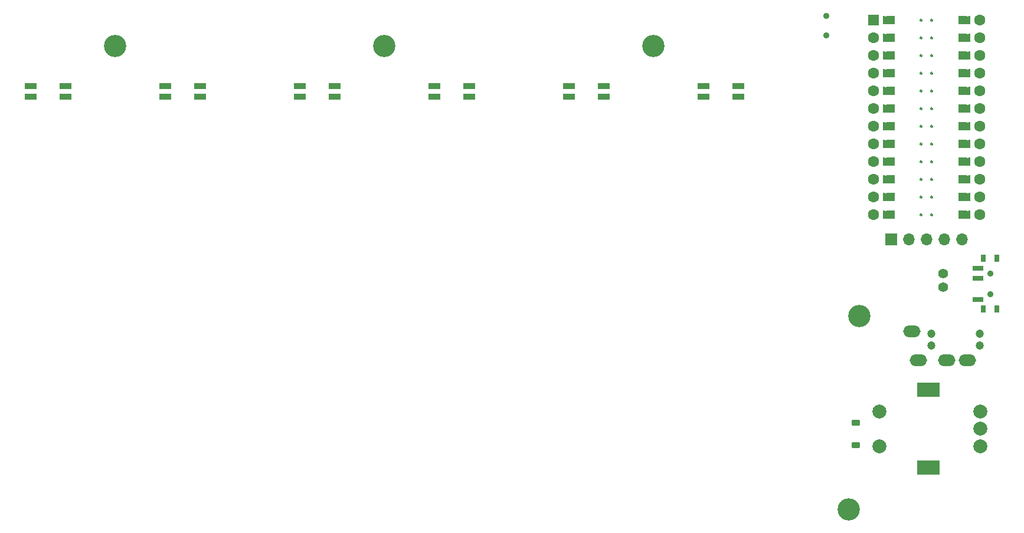
<source format=gts>
G04 #@! TF.GenerationSoftware,KiCad,Pcbnew,7.0.8*
G04 #@! TF.CreationDate,2023-10-21T22:21:03-07:00*
G04 #@! TF.ProjectId,Seismos_5CoreL,53656973-6d6f-4735-9f35-436f72654c2e,rev?*
G04 #@! TF.SameCoordinates,Original*
G04 #@! TF.FileFunction,Soldermask,Top*
G04 #@! TF.FilePolarity,Negative*
%FSLAX46Y46*%
G04 Gerber Fmt 4.6, Leading zero omitted, Abs format (unit mm)*
G04 Created by KiCad (PCBNEW 7.0.8) date 2023-10-21 22:21:03*
%MOMM*%
%LPD*%
G01*
G04 APERTURE LIST*
G04 Aperture macros list*
%AMRoundRect*
0 Rectangle with rounded corners*
0 $1 Rounding radius*
0 $2 $3 $4 $5 $6 $7 $8 $9 X,Y pos of 4 corners*
0 Add a 4 corners polygon primitive as box body*
4,1,4,$2,$3,$4,$5,$6,$7,$8,$9,$2,$3,0*
0 Add four circle primitives for the rounded corners*
1,1,$1+$1,$2,$3*
1,1,$1+$1,$4,$5*
1,1,$1+$1,$6,$7*
1,1,$1+$1,$8,$9*
0 Add four rect primitives between the rounded corners*
20,1,$1+$1,$2,$3,$4,$5,0*
20,1,$1+$1,$4,$5,$6,$7,0*
20,1,$1+$1,$6,$7,$8,$9,0*
20,1,$1+$1,$8,$9,$2,$3,0*%
%AMFreePoly0*
4,1,6,0.600000,0.200000,0.000000,-0.400000,-0.600000,0.200000,-0.600000,0.400000,0.600000,0.400000,0.600000,0.200000,0.600000,0.200000,$1*%
%AMFreePoly1*
4,1,6,0.600000,-0.250000,-0.600000,-0.250000,-0.600000,1.000000,0.000000,0.400000,0.600000,1.000000,0.600000,-0.250000,0.600000,-0.250000,$1*%
G04 Aperture macros list end*
%ADD10C,0.250000*%
%ADD11C,0.100000*%
%ADD12C,2.000000*%
%ADD13R,3.200000X2.000000*%
%ADD14C,1.200000*%
%ADD15O,2.500000X1.700000*%
%ADD16C,3.200000*%
%ADD17R,1.700000X1.700000*%
%ADD18O,1.700000X1.700000*%
%ADD19C,0.900000*%
%ADD20R,1.500000X0.700000*%
%ADD21R,0.800000X1.000000*%
%ADD22C,1.400000*%
%ADD23C,1.600000*%
%ADD24FreePoly0,270.000000*%
%ADD25FreePoly0,90.000000*%
%ADD26R,1.600000X1.600000*%
%ADD27FreePoly1,270.000000*%
%ADD28FreePoly1,90.000000*%
%ADD29RoundRect,0.225000X-0.375000X0.225000X-0.375000X-0.225000X0.375000X-0.225000X0.375000X0.225000X0*%
%ADD30R,1.803400X0.812800*%
G04 APERTURE END LIST*
D10*
X166523000Y-22286000D02*
G75*
G03*
X166523000Y-22286000I-125000J0D01*
G01*
X164999000Y-22286000D02*
G75*
G03*
X164999000Y-22286000I-125000J0D01*
G01*
X166523000Y-24826000D02*
G75*
G03*
X166523000Y-24826000I-125000J0D01*
G01*
X164999000Y-24826000D02*
G75*
G03*
X164999000Y-24826000I-125000J0D01*
G01*
X166523000Y-27366000D02*
G75*
G03*
X166523000Y-27366000I-125000J0D01*
G01*
X164999000Y-27366000D02*
G75*
G03*
X164999000Y-27366000I-125000J0D01*
G01*
X166523000Y-29906000D02*
G75*
G03*
X166523000Y-29906000I-125000J0D01*
G01*
X164999000Y-29906000D02*
G75*
G03*
X164999000Y-29906000I-125000J0D01*
G01*
X166523000Y-32446000D02*
G75*
G03*
X166523000Y-32446000I-125000J0D01*
G01*
X164999000Y-32446000D02*
G75*
G03*
X164999000Y-32446000I-125000J0D01*
G01*
X166523000Y-34986000D02*
G75*
G03*
X166523000Y-34986000I-125000J0D01*
G01*
X164999000Y-34986000D02*
G75*
G03*
X164999000Y-34986000I-125000J0D01*
G01*
X166523000Y-37526000D02*
G75*
G03*
X166523000Y-37526000I-125000J0D01*
G01*
X164999000Y-37526000D02*
G75*
G03*
X164999000Y-37526000I-125000J0D01*
G01*
X166523000Y-40066000D02*
G75*
G03*
X166523000Y-40066000I-125000J0D01*
G01*
X164999000Y-40066000D02*
G75*
G03*
X164999000Y-40066000I-125000J0D01*
G01*
X166523000Y-42606000D02*
G75*
G03*
X166523000Y-42606000I-125000J0D01*
G01*
X164999000Y-42606000D02*
G75*
G03*
X164999000Y-42606000I-125000J0D01*
G01*
X166523000Y-45146000D02*
G75*
G03*
X166523000Y-45146000I-125000J0D01*
G01*
X164999000Y-45146000D02*
G75*
G03*
X164999000Y-45146000I-125000J0D01*
G01*
X166523000Y-47686000D02*
G75*
G03*
X166523000Y-47686000I-125000J0D01*
G01*
X164999000Y-47686000D02*
G75*
G03*
X164999000Y-47686000I-125000J0D01*
G01*
X166523000Y-50226000D02*
G75*
G03*
X166523000Y-50226000I-125000J0D01*
G01*
X164999000Y-50226000D02*
G75*
G03*
X164999000Y-50226000I-125000J0D01*
G01*
D11*
X160556000Y-22794000D02*
X159540000Y-22794000D01*
X159540000Y-21778000D01*
X160556000Y-21778000D01*
X160556000Y-22794000D01*
G36*
X160556000Y-22794000D02*
G01*
X159540000Y-22794000D01*
X159540000Y-21778000D01*
X160556000Y-21778000D01*
X160556000Y-22794000D01*
G37*
X171732000Y-22794000D02*
X170716000Y-22794000D01*
X170716000Y-21778000D01*
X171732000Y-21778000D01*
X171732000Y-22794000D01*
G36*
X171732000Y-22794000D02*
G01*
X170716000Y-22794000D01*
X170716000Y-21778000D01*
X171732000Y-21778000D01*
X171732000Y-22794000D01*
G37*
X160556000Y-25334000D02*
X159540000Y-25334000D01*
X159540000Y-24318000D01*
X160556000Y-24318000D01*
X160556000Y-25334000D01*
G36*
X160556000Y-25334000D02*
G01*
X159540000Y-25334000D01*
X159540000Y-24318000D01*
X160556000Y-24318000D01*
X160556000Y-25334000D01*
G37*
X171732000Y-25334000D02*
X170716000Y-25334000D01*
X170716000Y-24318000D01*
X171732000Y-24318000D01*
X171732000Y-25334000D01*
G36*
X171732000Y-25334000D02*
G01*
X170716000Y-25334000D01*
X170716000Y-24318000D01*
X171732000Y-24318000D01*
X171732000Y-25334000D01*
G37*
X160556000Y-27874000D02*
X159540000Y-27874000D01*
X159540000Y-26858000D01*
X160556000Y-26858000D01*
X160556000Y-27874000D01*
G36*
X160556000Y-27874000D02*
G01*
X159540000Y-27874000D01*
X159540000Y-26858000D01*
X160556000Y-26858000D01*
X160556000Y-27874000D01*
G37*
X171732000Y-27874000D02*
X170716000Y-27874000D01*
X170716000Y-26858000D01*
X171732000Y-26858000D01*
X171732000Y-27874000D01*
G36*
X171732000Y-27874000D02*
G01*
X170716000Y-27874000D01*
X170716000Y-26858000D01*
X171732000Y-26858000D01*
X171732000Y-27874000D01*
G37*
X160556000Y-30414000D02*
X159540000Y-30414000D01*
X159540000Y-29398000D01*
X160556000Y-29398000D01*
X160556000Y-30414000D01*
G36*
X160556000Y-30414000D02*
G01*
X159540000Y-30414000D01*
X159540000Y-29398000D01*
X160556000Y-29398000D01*
X160556000Y-30414000D01*
G37*
X171732000Y-30414000D02*
X170716000Y-30414000D01*
X170716000Y-29398000D01*
X171732000Y-29398000D01*
X171732000Y-30414000D01*
G36*
X171732000Y-30414000D02*
G01*
X170716000Y-30414000D01*
X170716000Y-29398000D01*
X171732000Y-29398000D01*
X171732000Y-30414000D01*
G37*
X160556000Y-32954000D02*
X159540000Y-32954000D01*
X159540000Y-31938000D01*
X160556000Y-31938000D01*
X160556000Y-32954000D01*
G36*
X160556000Y-32954000D02*
G01*
X159540000Y-32954000D01*
X159540000Y-31938000D01*
X160556000Y-31938000D01*
X160556000Y-32954000D01*
G37*
X171732000Y-32954000D02*
X170716000Y-32954000D01*
X170716000Y-31938000D01*
X171732000Y-31938000D01*
X171732000Y-32954000D01*
G36*
X171732000Y-32954000D02*
G01*
X170716000Y-32954000D01*
X170716000Y-31938000D01*
X171732000Y-31938000D01*
X171732000Y-32954000D01*
G37*
X160556000Y-35494000D02*
X159540000Y-35494000D01*
X159540000Y-34478000D01*
X160556000Y-34478000D01*
X160556000Y-35494000D01*
G36*
X160556000Y-35494000D02*
G01*
X159540000Y-35494000D01*
X159540000Y-34478000D01*
X160556000Y-34478000D01*
X160556000Y-35494000D01*
G37*
X171732000Y-35494000D02*
X170716000Y-35494000D01*
X170716000Y-34478000D01*
X171732000Y-34478000D01*
X171732000Y-35494000D01*
G36*
X171732000Y-35494000D02*
G01*
X170716000Y-35494000D01*
X170716000Y-34478000D01*
X171732000Y-34478000D01*
X171732000Y-35494000D01*
G37*
X160556000Y-38034000D02*
X159540000Y-38034000D01*
X159540000Y-37018000D01*
X160556000Y-37018000D01*
X160556000Y-38034000D01*
G36*
X160556000Y-38034000D02*
G01*
X159540000Y-38034000D01*
X159540000Y-37018000D01*
X160556000Y-37018000D01*
X160556000Y-38034000D01*
G37*
X171732000Y-38034000D02*
X170716000Y-38034000D01*
X170716000Y-37018000D01*
X171732000Y-37018000D01*
X171732000Y-38034000D01*
G36*
X171732000Y-38034000D02*
G01*
X170716000Y-38034000D01*
X170716000Y-37018000D01*
X171732000Y-37018000D01*
X171732000Y-38034000D01*
G37*
X160556000Y-40574000D02*
X159540000Y-40574000D01*
X159540000Y-39558000D01*
X160556000Y-39558000D01*
X160556000Y-40574000D01*
G36*
X160556000Y-40574000D02*
G01*
X159540000Y-40574000D01*
X159540000Y-39558000D01*
X160556000Y-39558000D01*
X160556000Y-40574000D01*
G37*
X171732000Y-40574000D02*
X170716000Y-40574000D01*
X170716000Y-39558000D01*
X171732000Y-39558000D01*
X171732000Y-40574000D01*
G36*
X171732000Y-40574000D02*
G01*
X170716000Y-40574000D01*
X170716000Y-39558000D01*
X171732000Y-39558000D01*
X171732000Y-40574000D01*
G37*
X160556000Y-43114000D02*
X159540000Y-43114000D01*
X159540000Y-42098000D01*
X160556000Y-42098000D01*
X160556000Y-43114000D01*
G36*
X160556000Y-43114000D02*
G01*
X159540000Y-43114000D01*
X159540000Y-42098000D01*
X160556000Y-42098000D01*
X160556000Y-43114000D01*
G37*
X171732000Y-43114000D02*
X170716000Y-43114000D01*
X170716000Y-42098000D01*
X171732000Y-42098000D01*
X171732000Y-43114000D01*
G36*
X171732000Y-43114000D02*
G01*
X170716000Y-43114000D01*
X170716000Y-42098000D01*
X171732000Y-42098000D01*
X171732000Y-43114000D01*
G37*
X160556000Y-45654000D02*
X159540000Y-45654000D01*
X159540000Y-44638000D01*
X160556000Y-44638000D01*
X160556000Y-45654000D01*
G36*
X160556000Y-45654000D02*
G01*
X159540000Y-45654000D01*
X159540000Y-44638000D01*
X160556000Y-44638000D01*
X160556000Y-45654000D01*
G37*
X171732000Y-45654000D02*
X170716000Y-45654000D01*
X170716000Y-44638000D01*
X171732000Y-44638000D01*
X171732000Y-45654000D01*
G36*
X171732000Y-45654000D02*
G01*
X170716000Y-45654000D01*
X170716000Y-44638000D01*
X171732000Y-44638000D01*
X171732000Y-45654000D01*
G37*
X160556000Y-48194000D02*
X159540000Y-48194000D01*
X159540000Y-47178000D01*
X160556000Y-47178000D01*
X160556000Y-48194000D01*
G36*
X160556000Y-48194000D02*
G01*
X159540000Y-48194000D01*
X159540000Y-47178000D01*
X160556000Y-47178000D01*
X160556000Y-48194000D01*
G37*
X171732000Y-48194000D02*
X170716000Y-48194000D01*
X170716000Y-47178000D01*
X171732000Y-47178000D01*
X171732000Y-48194000D01*
G36*
X171732000Y-48194000D02*
G01*
X170716000Y-48194000D01*
X170716000Y-47178000D01*
X171732000Y-47178000D01*
X171732000Y-48194000D01*
G37*
X160556000Y-50734000D02*
X159540000Y-50734000D01*
X159540000Y-49718000D01*
X160556000Y-49718000D01*
X160556000Y-50734000D01*
G36*
X160556000Y-50734000D02*
G01*
X159540000Y-50734000D01*
X159540000Y-49718000D01*
X160556000Y-49718000D01*
X160556000Y-50734000D01*
G37*
X171732000Y-50734000D02*
X170716000Y-50734000D01*
X170716000Y-49718000D01*
X171732000Y-49718000D01*
X171732000Y-50734000D01*
G36*
X171732000Y-50734000D02*
G01*
X170716000Y-50734000D01*
X170716000Y-49718000D01*
X171732000Y-49718000D01*
X171732000Y-50734000D01*
G37*
D12*
X173390000Y-83460000D03*
X173390000Y-78460000D03*
X173390000Y-80960000D03*
D13*
X165890000Y-86560000D03*
X165890000Y-75360000D03*
D12*
X158890000Y-78460000D03*
X158890000Y-83460000D03*
D14*
X173330000Y-67275000D03*
X166330000Y-67275000D03*
X173330000Y-69025000D03*
X166330000Y-69025000D03*
D15*
X164530000Y-71125000D03*
X168530000Y-71125000D03*
X171530000Y-71125000D03*
X163530000Y-66925000D03*
D16*
X156000000Y-64750000D03*
X87900000Y-26000000D03*
D17*
X160556000Y-53766000D03*
D18*
X163096000Y-53766000D03*
X165636000Y-53766000D03*
X168176000Y-53766000D03*
X170716000Y-53766000D03*
D19*
X174800000Y-61632000D03*
X174800000Y-58632000D03*
D20*
X173050000Y-59382000D03*
D21*
X173835000Y-63782000D03*
X175765000Y-63782000D03*
X173835000Y-56482000D03*
X175765000Y-56482000D03*
D20*
X173050000Y-57882000D03*
X173050000Y-62382000D03*
D16*
X49300000Y-26000000D03*
D22*
X168050500Y-58632000D03*
X168050500Y-60632000D03*
D16*
X126500000Y-26000000D03*
D23*
X173256000Y-22286000D03*
D24*
X171478000Y-22286000D03*
D25*
X159794000Y-22286000D03*
D23*
X158016000Y-22286000D03*
D26*
X158016000Y-22286000D03*
D23*
X173256000Y-24826000D03*
D24*
X171478000Y-24826000D03*
D25*
X159794000Y-24826000D03*
D23*
X158016000Y-24826000D03*
X173256000Y-27366000D03*
D24*
X171478000Y-27366000D03*
D25*
X159794000Y-27366000D03*
D23*
X158016000Y-27366000D03*
X173256000Y-29906000D03*
D24*
X171478000Y-29906000D03*
D25*
X159794000Y-29906000D03*
D23*
X158016000Y-29906000D03*
X173256000Y-32446000D03*
D24*
X171478000Y-32446000D03*
D25*
X159794000Y-32446000D03*
D23*
X158016000Y-32446000D03*
X173256000Y-34986000D03*
D24*
X171478000Y-34986000D03*
D25*
X159794000Y-34986000D03*
D23*
X158016000Y-34986000D03*
X173256000Y-37526000D03*
D24*
X171478000Y-37526000D03*
D25*
X159794000Y-37526000D03*
D23*
X158016000Y-37526000D03*
X173256000Y-40066000D03*
D24*
X171478000Y-40066000D03*
D25*
X159794000Y-40066000D03*
D23*
X158016000Y-40066000D03*
X173256000Y-42606000D03*
D24*
X171478000Y-42606000D03*
D25*
X159794000Y-42606000D03*
D23*
X158016000Y-42606000D03*
X173256000Y-45146000D03*
D24*
X171478000Y-45146000D03*
D25*
X159794000Y-45146000D03*
D23*
X158016000Y-45146000D03*
X173256000Y-47686000D03*
D24*
X171478000Y-47686000D03*
D25*
X159794000Y-47686000D03*
D23*
X158016000Y-47686000D03*
X173256000Y-50226000D03*
D24*
X171478000Y-50226000D03*
D25*
X159794000Y-50226000D03*
D23*
X158016000Y-50226000D03*
D27*
X170462000Y-22286000D03*
X170462000Y-24826000D03*
X170462000Y-27366000D03*
X170462000Y-29906000D03*
X170462000Y-32446000D03*
X170462000Y-34986000D03*
X170462000Y-37526000D03*
X170462000Y-40066000D03*
X170462000Y-42606000D03*
X170462000Y-45146000D03*
X170462000Y-47686000D03*
X170462000Y-50226000D03*
D28*
X160810000Y-50226000D03*
X160810000Y-47686000D03*
X160810000Y-45146000D03*
X160810000Y-42606000D03*
X160810000Y-40066000D03*
X160810000Y-37526000D03*
X160810000Y-34986000D03*
X160810000Y-32446000D03*
X160810000Y-29906000D03*
X160810000Y-27366000D03*
X160810000Y-24826000D03*
X160810000Y-22286000D03*
D16*
X154500000Y-92500000D03*
D29*
X155500000Y-80050000D03*
X155500000Y-83350000D03*
D30*
X42151900Y-33249300D03*
X42151900Y-31750700D03*
X37148100Y-31750700D03*
X37148100Y-33249300D03*
X138651900Y-33249300D03*
X138651900Y-31750700D03*
X133648100Y-31750700D03*
X133648100Y-33249300D03*
X100051900Y-33249300D03*
X100051900Y-31750700D03*
X95048100Y-31750700D03*
X95048100Y-33249300D03*
X80751900Y-33249300D03*
X80751900Y-31750700D03*
X75748100Y-31750700D03*
X75748100Y-33249300D03*
D19*
X151287500Y-24449500D03*
X151287500Y-21649500D03*
D30*
X119351900Y-33249300D03*
X119351900Y-31750700D03*
X114348100Y-31750700D03*
X114348100Y-33249300D03*
X61451900Y-33249300D03*
X61451900Y-31750700D03*
X56448100Y-31750700D03*
X56448100Y-33249300D03*
M02*

</source>
